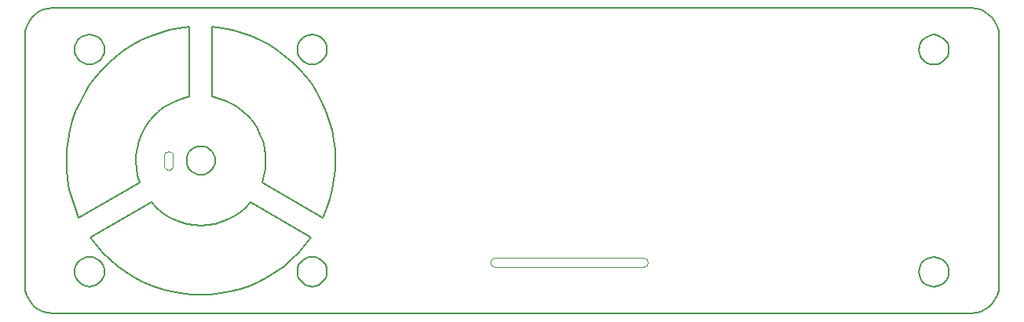
<source format=gbr>
G04 #@! TF.GenerationSoftware,KiCad,Pcbnew,5.0.2-bee76a0~70~ubuntu18.04.1*
G04 #@! TF.CreationDate,2019-11-12T09:59:33+01:00*
G04 #@! TF.ProjectId,RocketPCR,526f636b-6574-4504-9352-2e6b69636164,rev?*
G04 #@! TF.SameCoordinates,Original*
G04 #@! TF.FileFunction,Profile,NP*
%FSLAX46Y46*%
G04 Gerber Fmt 4.6, Leading zero omitted, Abs format (unit mm)*
G04 Created by KiCad (PCBNEW 5.0.2-bee76a0~70~ubuntu18.04.1) date Di 12 Nov 2019 09:59:33 CET*
%MOMM*%
%LPD*%
G01*
G04 APERTURE LIST*
%ADD10C,0.100000*%
%ADD11C,0.150000*%
G04 APERTURE END LIST*
D10*
X97000000Y-100530000D02*
X97000000Y-100510000D01*
X96980000Y-100650000D02*
X97000000Y-100530000D01*
X96910000Y-100790000D02*
X96980000Y-100650000D01*
X96810000Y-100900000D02*
X96910000Y-100790000D01*
X96650000Y-100990000D02*
X96810000Y-100900000D01*
X96500000Y-101000000D02*
X96650000Y-100990000D01*
X96440000Y-101000000D02*
X96500000Y-101000000D01*
X96290000Y-100950000D02*
X96440000Y-101000000D01*
X96170000Y-100880000D02*
X96290000Y-100950000D01*
X96080000Y-100780000D02*
X96170000Y-100880000D01*
X96030000Y-100680000D02*
X96080000Y-100780000D01*
X96000000Y-100480000D02*
X96030000Y-100680000D01*
X96000000Y-99460000D02*
X96000000Y-100480000D01*
X96030000Y-99330000D02*
X96000000Y-99460000D01*
X96110000Y-99190000D02*
X96030000Y-99330000D01*
X96210000Y-99090000D02*
X96110000Y-99190000D01*
X96330000Y-99030000D02*
X96210000Y-99090000D01*
X96510000Y-99000000D02*
X96330000Y-99030000D01*
X96660000Y-99030000D02*
X96510000Y-99000000D01*
X96800000Y-99100000D02*
X96660000Y-99030000D01*
X96930000Y-99250000D02*
X96800000Y-99100000D01*
X96990000Y-99390000D02*
X96930000Y-99250000D01*
X97000000Y-99400000D02*
X97000000Y-100500000D01*
D11*
X183026440Y-116528100D02*
X84037000Y-116528100D01*
X86382931Y-111994840D02*
X86418231Y-111642062D01*
X106949913Y-100882341D02*
X106985213Y-100106230D01*
X102293253Y-85677618D02*
X103351583Y-85889284D01*
X112700213Y-110548451D02*
X112982443Y-110724840D01*
X97848253Y-114323173D02*
X96789913Y-114146784D01*
X102928253Y-106350396D02*
X103598523Y-105997618D01*
X179040060Y-86400810D02*
X179392840Y-86436110D01*
X93614911Y-86982895D02*
X94602691Y-86524284D01*
X99012443Y-98765674D02*
X99329943Y-98589285D01*
X83507840Y-83543330D02*
X84037000Y-83508030D01*
X91039641Y-111395118D02*
X90228251Y-110689562D01*
X93121021Y-98624563D02*
X93015191Y-99365396D01*
X111994643Y-91815954D02*
X112559083Y-92733174D01*
X110442443Y-111642062D02*
X110548273Y-111289284D01*
X112347393Y-86418454D02*
X112700173Y-86559561D01*
X82520060Y-116104720D02*
X82096730Y-115822500D01*
X90228251Y-110689562D02*
X89452141Y-109948729D01*
X93756021Y-113088451D02*
X92838801Y-112594562D01*
X186025080Y-113494160D02*
X185989780Y-114023330D01*
X84037000Y-116528100D02*
X83507840Y-116457500D01*
X81214780Y-114552500D02*
X81073670Y-114023330D01*
X111994613Y-86383174D02*
X112347393Y-86418454D01*
X100000213Y-98448172D02*
X100352993Y-98483452D01*
X81073670Y-114023330D02*
X81038370Y-113494160D01*
X88746581Y-109137340D02*
X88111581Y-108290674D01*
X96789913Y-114146784D02*
X95766863Y-113864562D01*
X102222693Y-106632618D02*
X102928253Y-106350396D01*
X184049500Y-116316390D02*
X183555610Y-116457500D01*
X99329943Y-98589285D02*
X99647443Y-98483452D01*
X85818521Y-103104841D02*
X85642141Y-102046507D01*
X109772143Y-110689562D02*
X108960753Y-111395118D01*
X113899643Y-104127896D02*
X113546863Y-105150952D01*
X95766863Y-105574285D02*
X96366583Y-105997618D01*
X180027840Y-110777730D02*
X180274770Y-111024680D01*
X91745191Y-88041231D02*
X92662411Y-87476784D01*
X86982711Y-86735954D02*
X87300211Y-86559561D01*
X177417260Y-112012450D02*
X177452560Y-111659680D01*
X83507840Y-116457500D02*
X83013950Y-116316390D01*
X178334510Y-110566060D02*
X178687280Y-110460230D01*
X88358541Y-89558172D02*
X88005771Y-89593452D01*
X88993541Y-89240672D02*
X88676041Y-89417064D01*
X180274770Y-111024680D02*
X180486440Y-111306900D01*
X82096730Y-84213610D02*
X82520060Y-83896110D01*
X114464083Y-98836230D02*
X114499383Y-99894563D01*
X101552463Y-100000396D02*
X101517163Y-100353174D01*
X88676041Y-89417064D02*
X88358541Y-89558172D01*
X183555610Y-83543330D02*
X184049500Y-83684440D01*
X89452141Y-109948729D02*
X88746581Y-109137340D01*
X177593670Y-88693880D02*
X177452560Y-88376380D01*
X185989780Y-114023330D02*
X185848660Y-114552500D01*
X105644643Y-95837618D02*
X105150753Y-95273174D01*
X100670493Y-98589285D02*
X100952713Y-98765674D01*
X184966730Y-115822500D02*
X184543390Y-116104720D01*
X98483253Y-106844285D02*
X99224083Y-106950118D01*
X86453521Y-105150952D02*
X86100751Y-104127896D01*
X110442433Y-112347618D02*
X110407143Y-111994840D01*
X81073670Y-85977500D02*
X81214780Y-85483610D01*
X113546833Y-88358731D02*
X113441003Y-88676231D01*
X109066583Y-88711505D02*
X109877973Y-89381784D01*
X113829083Y-95696507D02*
X114111303Y-96719563D01*
X85853801Y-96719563D02*
X86136021Y-95696507D01*
X111006833Y-89240672D02*
X110759893Y-88993731D01*
X111641883Y-113547062D02*
X111289103Y-113441229D01*
X89557991Y-88358731D02*
X89452161Y-88676231D01*
X86418271Y-88358731D02*
X86382971Y-88005954D01*
X179710340Y-86577220D02*
X180027840Y-86753610D01*
X89240451Y-111007062D02*
X89452121Y-111289284D01*
X81743950Y-115434440D02*
X81426450Y-115011110D01*
X86841581Y-106138729D02*
X86453521Y-105150952D01*
X111289053Y-89417064D02*
X111006833Y-89240672D01*
X99224083Y-106950118D02*
X100000193Y-106985398D01*
X100000213Y-101552621D02*
X99647443Y-101517341D01*
X180027840Y-113247180D02*
X179710340Y-113458840D01*
X94637971Y-104515952D02*
X95167141Y-105080396D01*
X108078803Y-112030118D02*
X107161583Y-112594562D01*
X100741023Y-106950118D02*
X101517143Y-106844285D01*
X98483273Y-100353174D02*
X98447973Y-100000396D01*
X95766863Y-113864562D02*
X94743801Y-113511784D01*
X94602691Y-86524284D02*
X95590473Y-86171505D01*
X179710340Y-113458840D02*
X179392840Y-113564680D01*
X99012443Y-101199841D02*
X98765493Y-100952896D01*
X99329943Y-101376230D02*
X99012443Y-101199841D01*
X88111581Y-108290674D02*
X94637971Y-104515952D01*
X179710340Y-89470000D02*
X179392840Y-89575830D01*
X89557951Y-111642062D02*
X89593251Y-111994840D01*
X178334510Y-113458840D02*
X178017010Y-113247180D01*
X112559083Y-92733174D02*
X113052973Y-93685674D01*
X113229383Y-112982618D02*
X112982433Y-113229562D01*
X88358541Y-86418454D02*
X88676041Y-86559561D01*
X98589103Y-99330118D02*
X98765493Y-99012618D01*
X100000193Y-114499564D02*
X98906583Y-114464284D01*
X92838801Y-112594562D02*
X91921581Y-112030118D01*
X105150753Y-95273174D02*
X104621583Y-94744007D01*
X178687280Y-89575830D02*
X178334510Y-89470000D01*
X103386863Y-93862064D02*
X102681303Y-93544564D01*
X102681303Y-93544564D02*
X101975753Y-93262341D01*
X106808803Y-101623174D02*
X106949913Y-100882341D01*
X106844083Y-98624563D02*
X106667693Y-97883730D01*
X111888803Y-108290674D02*
X111218533Y-109137340D01*
X100952713Y-101199841D02*
X100670493Y-101376230D01*
X104797973Y-105080396D02*
X105327143Y-104515952D01*
X179392840Y-110460230D02*
X179710340Y-110566060D01*
X184543390Y-83896110D02*
X184966730Y-84213610D01*
X98589103Y-100670674D02*
X98483273Y-100353174D01*
X83013950Y-83684440D02*
X83507840Y-83543330D01*
X104233523Y-105574285D02*
X104797973Y-105080396D01*
X93015191Y-99365396D02*
X92979891Y-100106230D01*
X97742413Y-106632618D02*
X98483253Y-106844285D01*
X113229333Y-88993731D02*
X112982393Y-89240672D01*
X111994663Y-110407338D02*
X112347443Y-110442618D01*
X88005751Y-91815954D02*
X88640751Y-90969284D01*
X86735771Y-88993731D02*
X86559381Y-88676231D01*
X96366583Y-105997618D02*
X97036863Y-106350396D01*
X184049500Y-83684440D02*
X184543390Y-83896110D01*
X184543390Y-116104720D02*
X184049500Y-116316390D01*
X85536301Y-100988174D02*
X85501001Y-99894563D01*
X113546883Y-112347618D02*
X113441053Y-112700396D01*
X86382971Y-88005954D02*
X86418271Y-87617895D01*
X110759933Y-112982618D02*
X110548273Y-112700396D01*
X89452121Y-111289284D02*
X89557951Y-111642062D01*
X113441003Y-87300395D02*
X113546833Y-87617895D01*
X110548223Y-87300395D02*
X110759893Y-86982895D01*
X113123533Y-106138729D02*
X106597143Y-102364007D01*
X87300211Y-89417064D02*
X86982711Y-89240672D01*
X112700173Y-86559561D02*
X112982393Y-86735954D01*
X89557951Y-112347618D02*
X89452121Y-112700396D01*
X89452121Y-112700396D02*
X89240451Y-112982618D01*
X110654083Y-90157895D02*
X111359643Y-90969284D01*
X93579641Y-97178174D02*
X93332691Y-97883730D01*
X112700173Y-89417064D02*
X112347393Y-89558172D01*
X88993501Y-110724840D02*
X89240451Y-111007062D01*
X89593291Y-88005954D02*
X89557991Y-88358731D01*
X113476303Y-94673452D02*
X113829083Y-95696507D01*
X87300171Y-110548451D02*
X87652951Y-110442618D01*
X89452161Y-88676231D02*
X89240491Y-88993731D01*
X86735771Y-86982895D02*
X86982711Y-86735954D01*
X88640751Y-90969284D02*
X89346301Y-90157895D01*
X88005771Y-89593452D02*
X87652991Y-89558172D01*
X93191601Y-101623174D02*
X93403271Y-102364007D01*
X113582133Y-88005954D02*
X113546833Y-88358731D01*
X90898521Y-88711505D02*
X91745191Y-88041231D01*
X86982711Y-89240672D02*
X86735771Y-88993731D01*
X87300171Y-113441229D02*
X86982671Y-113229562D01*
X112982433Y-113229562D02*
X112700213Y-113441229D01*
X88676041Y-86559561D02*
X88993541Y-86735954D01*
X88358501Y-113547062D02*
X88005731Y-113582342D01*
X113229333Y-86982895D02*
X113441003Y-87300395D01*
X112347433Y-113547062D02*
X111994663Y-113582342D01*
X112347393Y-89558172D02*
X111994613Y-89593452D01*
X86559381Y-87300395D02*
X86735771Y-86982895D01*
X89452161Y-87300395D02*
X89557991Y-87617895D01*
X93332691Y-97883730D02*
X93121021Y-98624563D01*
X113546833Y-87617895D02*
X113582133Y-88005954D01*
X86418231Y-112347618D02*
X86382931Y-111994840D01*
X87652991Y-86418454D02*
X88005771Y-86383174D01*
X186025080Y-86506660D02*
X186025080Y-113494160D01*
X100352993Y-101517341D02*
X100000213Y-101552621D01*
X91921581Y-112030118D02*
X91039641Y-111395118D01*
X111218533Y-109137340D02*
X110512973Y-109948729D01*
X106949913Y-99365396D02*
X106844083Y-98624563D01*
X100352993Y-98483452D02*
X100670493Y-98589285D01*
X180592270Y-88376380D02*
X180486440Y-88693880D01*
X177593670Y-111306900D02*
X177770060Y-111024680D01*
X177770060Y-89011380D02*
X177593670Y-88693880D01*
X180486440Y-88693880D02*
X180274770Y-89011380D01*
X105327143Y-104515952D02*
X111888803Y-108290674D01*
X106985213Y-100106230D02*
X106949913Y-99365396D01*
X106385473Y-97178174D02*
X106067973Y-96507896D01*
X106067973Y-96507896D02*
X105644643Y-95837618D01*
X185848660Y-85483610D02*
X185989780Y-85977500D01*
X101058523Y-114464284D02*
X100000193Y-114499564D01*
X177417260Y-88023610D02*
X177452560Y-87670830D01*
X180274770Y-113000230D02*
X180027840Y-113247180D01*
X89593251Y-111994840D02*
X89557951Y-112347618D01*
X81038370Y-113494160D02*
X81038370Y-86506660D01*
X86559381Y-88676231D02*
X86418271Y-88358731D01*
X88676001Y-113441229D02*
X88358501Y-113547062D01*
X177593670Y-112718010D02*
X177452560Y-112365230D01*
X90087141Y-89381784D02*
X90898521Y-88711505D01*
X179710340Y-110566060D02*
X180027840Y-110777730D01*
X177770060Y-111024680D02*
X178017010Y-110777730D01*
X87652951Y-110442618D02*
X88005731Y-110407338D01*
X99647443Y-98483452D02*
X100000213Y-98448172D01*
X177770060Y-87000550D02*
X178017010Y-86753610D01*
X103351583Y-85889284D02*
X104374643Y-86171505D01*
X185637000Y-115011110D02*
X185319500Y-115434440D01*
X104374643Y-86171505D02*
X105397693Y-86524284D01*
X100952713Y-98765674D02*
X101199663Y-99012618D01*
X101975753Y-93262341D02*
X101234913Y-93085951D01*
X110407143Y-111994840D02*
X110442443Y-111642062D01*
X111289103Y-110548451D02*
X111641883Y-110442618D01*
X105397693Y-86524284D02*
X106385473Y-86982895D01*
X110442393Y-87617895D02*
X110548223Y-87300395D01*
X180486440Y-87318050D02*
X180592270Y-87670830D01*
X98730193Y-93085951D02*
X97989363Y-93262341D01*
X92662411Y-87476784D02*
X93614911Y-86982895D01*
X113052973Y-93685674D02*
X113476303Y-94673452D01*
X107337973Y-87476784D02*
X108219913Y-88041231D01*
X97036863Y-106350396D02*
X97742413Y-106632618D01*
X180627570Y-112012450D02*
X180592270Y-112365230D01*
X114464083Y-100988174D02*
X114358253Y-102046507D01*
X97989363Y-93262341D02*
X97283803Y-93544564D01*
X95378803Y-94744007D02*
X94814361Y-95273174D01*
X180627570Y-88023610D02*
X180592270Y-88376380D01*
X179040060Y-113599980D02*
X178687280Y-113564680D01*
X104021863Y-94250118D02*
X103386863Y-93862064D01*
X114499383Y-99894563D02*
X114464083Y-100988174D01*
X179040060Y-89611130D02*
X178687280Y-89575830D01*
X95167141Y-105080396D02*
X95766863Y-105574285D01*
X110512973Y-109948729D02*
X109772143Y-110689562D01*
X86559341Y-112700396D02*
X86418231Y-112347618D01*
X113546883Y-111642062D02*
X113582183Y-111994840D01*
X179392840Y-86436110D02*
X179710340Y-86577220D01*
X113229383Y-111007062D02*
X113441053Y-111289284D01*
X86100751Y-104127896D02*
X85818521Y-103104841D01*
X87441301Y-92733174D02*
X88005751Y-91815954D01*
X177452560Y-87670830D02*
X177593670Y-87318050D01*
X179392840Y-89575830D02*
X179040060Y-89611130D01*
X88993541Y-86735954D02*
X89240491Y-86982895D01*
X113441053Y-112700396D02*
X113229383Y-112982618D01*
X84037000Y-83508030D02*
X183026440Y-83508030D01*
X180486440Y-112718010D02*
X180274770Y-113000230D01*
X107161583Y-112594562D02*
X106209083Y-113088451D01*
X98765493Y-100952896D02*
X98589103Y-100670674D01*
X112982393Y-89240672D02*
X112700173Y-89417064D01*
X86136021Y-95696507D02*
X86488801Y-94673452D01*
X178017010Y-89258330D02*
X177770060Y-89011380D01*
X85536301Y-98836230D02*
X85677411Y-97777896D01*
X110548273Y-111289284D02*
X110759943Y-111007062D01*
X104621583Y-94744007D02*
X104021863Y-94250118D01*
X101199663Y-100952896D02*
X100952713Y-101199841D01*
X111289053Y-86559561D02*
X111641833Y-86418454D01*
X98906583Y-114464284D02*
X97848253Y-114323173D01*
X83013950Y-116316390D02*
X82520060Y-116104720D01*
X183026440Y-83508030D02*
X183555610Y-83543330D01*
X100670493Y-101376230D02*
X100352993Y-101517341D01*
X82096730Y-115822500D02*
X81743950Y-115434440D01*
X180027840Y-86753610D02*
X180274770Y-87000550D01*
X185319500Y-115434440D02*
X184966730Y-115822500D01*
X101199663Y-99012618D02*
X101376053Y-99330118D01*
X102116863Y-114323173D02*
X101058523Y-114464284D01*
X99647443Y-101517341D02*
X99329943Y-101376230D01*
X108960753Y-111395118D02*
X108078803Y-112030118D01*
X101376053Y-100670674D02*
X101199663Y-100952896D01*
X185848660Y-114552500D02*
X185637000Y-115011110D01*
X81038370Y-86506660D02*
X81073670Y-85977500D01*
X114358253Y-102046507D02*
X114146583Y-103104841D01*
X101517163Y-100353174D02*
X101376053Y-100670674D01*
X100000193Y-106985398D02*
X100741023Y-106950118D01*
X110407093Y-88005954D02*
X110442393Y-87617895D01*
X177593670Y-87318050D02*
X177770060Y-87000550D01*
X89346301Y-90157895D02*
X90087141Y-89381784D01*
X86488801Y-94673452D02*
X86947411Y-93685674D01*
X111641883Y-110442618D02*
X111994663Y-110407338D01*
X111641833Y-89558172D02*
X111289053Y-89417064D01*
X111006883Y-113229562D02*
X110759933Y-112982618D01*
X96613523Y-85889284D02*
X97671863Y-85677618D01*
X110759893Y-88993731D02*
X110548223Y-88676231D01*
X109877973Y-89381784D02*
X110654083Y-90157895D01*
X101234913Y-93085951D02*
X101234913Y-85536505D01*
X96613523Y-93862064D02*
X95978523Y-94250118D01*
X81214780Y-85483610D02*
X81426450Y-85025000D01*
X112982443Y-110724840D02*
X113229383Y-111007062D01*
X88005731Y-110407338D02*
X88358501Y-110442618D01*
X89240491Y-86982895D02*
X89452161Y-87300395D01*
X108219913Y-88041231D02*
X109066583Y-88711505D01*
X112982393Y-86735954D02*
X113229333Y-86982895D01*
X178687280Y-110460230D02*
X179040060Y-110424930D01*
X178017010Y-113247180D02*
X177770060Y-113000230D01*
X177452560Y-111659680D02*
X177593670Y-111306900D01*
X112347443Y-110442618D02*
X112700213Y-110548451D01*
X93403251Y-102364007D02*
X86841581Y-106138729D01*
X178334510Y-89470000D02*
X178017010Y-89258330D01*
X103598523Y-105997618D02*
X104233523Y-105574285D01*
X81426450Y-115011110D02*
X81214780Y-114552500D01*
X185989780Y-85977500D02*
X186025080Y-86506660D01*
X180027840Y-89258330D02*
X179710340Y-89470000D01*
X178687280Y-113564680D02*
X178334510Y-113458840D01*
X110548223Y-88676231D02*
X110442393Y-88358731D01*
X101517163Y-99647618D02*
X101552463Y-100000396D01*
X98730193Y-85536505D02*
X98730193Y-93085951D01*
X178017010Y-86753610D02*
X178334510Y-86577220D01*
X98483273Y-99647618D02*
X98589103Y-99330118D01*
X85501001Y-99894563D02*
X85536301Y-98836230D01*
X101376053Y-99330118D02*
X101517163Y-99647618D01*
X94814361Y-95273174D02*
X94355751Y-95837618D01*
X112700213Y-113441229D02*
X112347433Y-113547062D01*
X111994613Y-89593452D02*
X111641833Y-89558172D01*
X114111303Y-96719563D02*
X114322973Y-97777896D01*
X111006833Y-86735954D02*
X111289053Y-86559561D01*
X114322973Y-97777896D02*
X114464083Y-98836230D01*
X86982671Y-110724840D02*
X87300171Y-110548451D01*
X101517143Y-106844285D02*
X102222693Y-106632618D01*
X89240451Y-112982618D02*
X88993501Y-113229562D01*
X87300211Y-86559561D02*
X87652991Y-86418454D01*
X86982671Y-113229562D02*
X86735731Y-112982618D01*
X113546863Y-105150952D02*
X113123533Y-106138729D01*
X177770060Y-113000230D02*
X177593670Y-112718010D01*
X183555610Y-116457500D02*
X183026440Y-116528100D01*
X110442393Y-88358731D02*
X110407093Y-88005954D01*
X106385473Y-86982895D02*
X107337973Y-87476784D01*
X111994663Y-113582342D02*
X111641883Y-113547062D01*
X111289103Y-113441229D02*
X111006883Y-113229562D01*
X88993501Y-113229562D02*
X88676001Y-113441229D01*
X180486440Y-111306900D02*
X180592270Y-111659680D01*
X82520060Y-83896110D02*
X83013950Y-83684440D01*
X103175193Y-114146784D02*
X102116863Y-114323173D01*
X180274770Y-89011380D02*
X180027840Y-89258330D01*
X113441003Y-88676231D02*
X113229333Y-88993731D01*
X89557991Y-87617895D02*
X89593291Y-88005954D01*
X86418231Y-111642062D02*
X86559341Y-111289284D01*
X95978523Y-94250118D02*
X95378803Y-94744007D01*
X110759943Y-111007062D02*
X111006883Y-110724840D01*
X85642141Y-102046507D02*
X85536301Y-100988174D01*
X86947411Y-93685674D02*
X87441301Y-92733174D01*
X89240491Y-88993731D02*
X88993541Y-89240672D01*
X113582183Y-111994840D02*
X113546883Y-112347618D01*
X85677411Y-97777896D02*
X85853801Y-96719563D01*
X97283803Y-93544564D02*
X96613523Y-93862064D01*
X114146583Y-103104841D02*
X113899643Y-104127896D01*
X88358501Y-110442618D02*
X88676001Y-110548451D01*
X88005731Y-113582342D02*
X87652951Y-113547062D01*
X111359643Y-90969284D02*
X111994643Y-91815954D01*
X111641833Y-86418454D02*
X111994613Y-86383174D01*
X93932411Y-96507896D02*
X93579641Y-97178174D01*
X86559341Y-111289284D02*
X86735731Y-111007062D01*
X94743801Y-113511784D02*
X93756021Y-113088451D01*
X86735731Y-111007062D02*
X86982671Y-110724840D01*
X110548273Y-112700396D02*
X110442433Y-112347618D01*
X86735731Y-112982618D02*
X86559341Y-112700396D01*
X101234913Y-85536505D02*
X102293253Y-85677618D01*
X94355751Y-95837618D02*
X93932411Y-96507896D01*
X93050491Y-100882341D02*
X93191601Y-101623174D01*
X110759893Y-86982895D02*
X111006833Y-86735954D01*
X86418271Y-87617895D02*
X86559381Y-87300395D01*
X106597143Y-102364007D02*
X106808803Y-101623174D01*
X178334510Y-86577220D02*
X178687280Y-86436110D01*
X178687280Y-86436110D02*
X179040060Y-86400810D01*
X180274770Y-87000550D02*
X180486440Y-87318050D01*
X180592270Y-111659680D02*
X180627570Y-112012450D01*
X179392840Y-113564680D02*
X179040060Y-113599980D01*
X180592270Y-87670830D02*
X180627570Y-88023610D01*
X185319500Y-84566380D02*
X185637000Y-85025000D01*
X97671863Y-85677618D02*
X98730193Y-85536505D01*
X180592270Y-112365230D02*
X180486440Y-112718010D01*
X87652991Y-89558172D02*
X87300211Y-89417064D01*
X98447973Y-100000396D02*
X98483273Y-99647618D01*
X111006883Y-110724840D02*
X111289103Y-110548451D01*
X92979891Y-100106230D02*
X93050491Y-100882341D01*
X106209083Y-113088451D02*
X105221303Y-113511784D01*
X184966730Y-84213610D02*
X185319500Y-84566380D01*
X177452560Y-112365230D02*
X177417260Y-112012450D01*
X81743950Y-84566380D02*
X82096730Y-84213610D01*
X88676001Y-110548451D02*
X88993501Y-110724840D01*
X81426450Y-85025000D02*
X81743950Y-84566380D01*
X87652951Y-113547062D02*
X87300171Y-113441229D01*
X179040060Y-110424930D02*
X179392840Y-110460230D01*
X113441053Y-111289284D02*
X113546883Y-111642062D01*
X95590473Y-86171505D02*
X96613523Y-85889284D01*
X88005771Y-86383174D02*
X88358541Y-86418454D01*
X178017010Y-110777730D02*
X178334510Y-110566060D01*
X98765493Y-99012618D02*
X99012443Y-98765674D01*
X106667693Y-97883730D02*
X106385473Y-97178174D01*
X104233523Y-113864562D02*
X103175193Y-114146784D01*
X105221303Y-113511784D02*
X104233523Y-113864562D01*
X177452560Y-88376380D02*
X177417260Y-88023610D01*
X185637000Y-85025000D02*
X185848660Y-85483610D01*
D10*
X147737000Y-110530000D02*
G75*
G02X147737000Y-111530000I0J-500000D01*
G01*
X131737000Y-111530000D02*
G75*
G02X131737000Y-110530000I0J500000D01*
G01*
X147737000Y-111530000D02*
X131737000Y-111530000D01*
X131737000Y-110530000D02*
X147737000Y-110530000D01*
M02*

</source>
